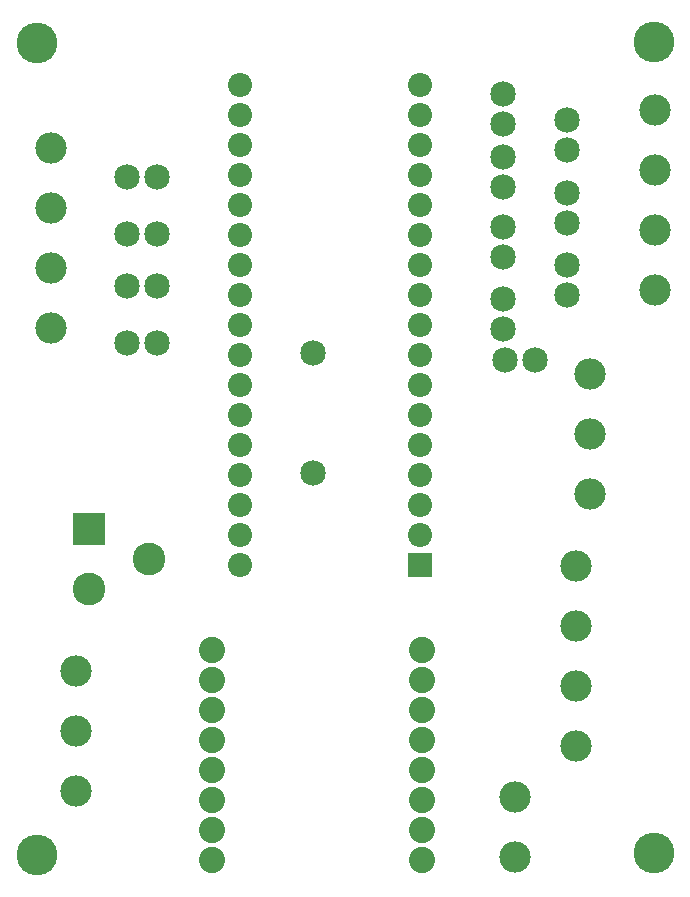
<source format=gts>
G04 MADE WITH FRITZING*
G04 WWW.FRITZING.ORG*
G04 DOUBLE SIDED*
G04 HOLES PLATED*
G04 CONTOUR ON CENTER OF CONTOUR VECTOR*
%ASAXBY*%
%FSLAX23Y23*%
%MOIN*%
%OFA0B0*%
%SFA1.0B1.0*%
%ADD10C,0.104488*%
%ADD11C,0.085000*%
%ADD12C,0.135984*%
%ADD13C,0.087701*%
%ADD14C,0.080555*%
%ADD15C,0.080583*%
%ADD16C,0.109000*%
%ADD17R,0.080570X0.080542*%
%ADD18R,0.109000X0.109000*%
%LNMASK1*%
G90*
G70*
G54D10*
X239Y714D03*
X239Y514D03*
X239Y314D03*
X1906Y1066D03*
X1906Y866D03*
X1906Y666D03*
X1906Y466D03*
X1703Y294D03*
X1703Y94D03*
X2170Y2586D03*
X2170Y2386D03*
X2170Y2186D03*
X2170Y1986D03*
X157Y1859D03*
X157Y2059D03*
X157Y2259D03*
X157Y2459D03*
G54D11*
X1030Y1776D03*
X1030Y1376D03*
G54D12*
X2166Y108D03*
X2166Y2813D03*
X110Y2810D03*
X110Y101D03*
G54D13*
X694Y784D03*
X694Y684D03*
X694Y584D03*
X694Y484D03*
X694Y384D03*
X694Y284D03*
X694Y184D03*
X694Y84D03*
X1393Y784D03*
X1393Y684D03*
X1393Y584D03*
X1393Y484D03*
X1393Y384D03*
X1393Y284D03*
X1393Y184D03*
X1393Y84D03*
G54D14*
X1387Y1070D03*
X1387Y1170D03*
X1387Y1270D03*
X1387Y1370D03*
X1387Y1470D03*
X1387Y1570D03*
X1387Y1670D03*
X1387Y1770D03*
X1387Y1870D03*
G54D15*
X1387Y1970D03*
X1387Y2070D03*
X1387Y2170D03*
G54D14*
X1387Y2270D03*
X1387Y2370D03*
G54D15*
X1387Y2470D03*
X1387Y2570D03*
X1387Y2670D03*
G54D14*
X787Y1070D03*
X787Y1170D03*
X787Y1270D03*
X787Y1370D03*
X787Y1470D03*
X787Y1570D03*
X787Y1870D03*
G54D15*
X787Y1970D03*
G54D14*
X787Y1770D03*
X787Y1670D03*
G54D15*
X787Y2070D03*
X787Y2170D03*
G54D14*
X787Y2270D03*
X787Y2370D03*
G54D15*
X787Y2470D03*
X787Y2570D03*
X787Y2670D03*
G54D16*
X285Y989D03*
X285Y1189D03*
X485Y1089D03*
G54D10*
X1953Y1706D03*
X1953Y1506D03*
X1953Y1306D03*
G54D11*
X409Y1807D03*
X509Y1807D03*
X409Y1997D03*
X509Y1997D03*
X409Y2173D03*
X509Y2173D03*
X409Y2363D03*
X509Y2363D03*
X1670Y1751D03*
X1770Y1751D03*
X1877Y1968D03*
X1877Y2068D03*
X1877Y2207D03*
X1877Y2307D03*
X1877Y2452D03*
X1877Y2552D03*
X1664Y1854D03*
X1664Y1954D03*
X1664Y2094D03*
X1664Y2194D03*
X1664Y2327D03*
X1664Y2427D03*
X1664Y2540D03*
X1664Y2640D03*
G54D17*
X1387Y1070D03*
G54D18*
X285Y1189D03*
G04 End of Mask1*
M02*
</source>
